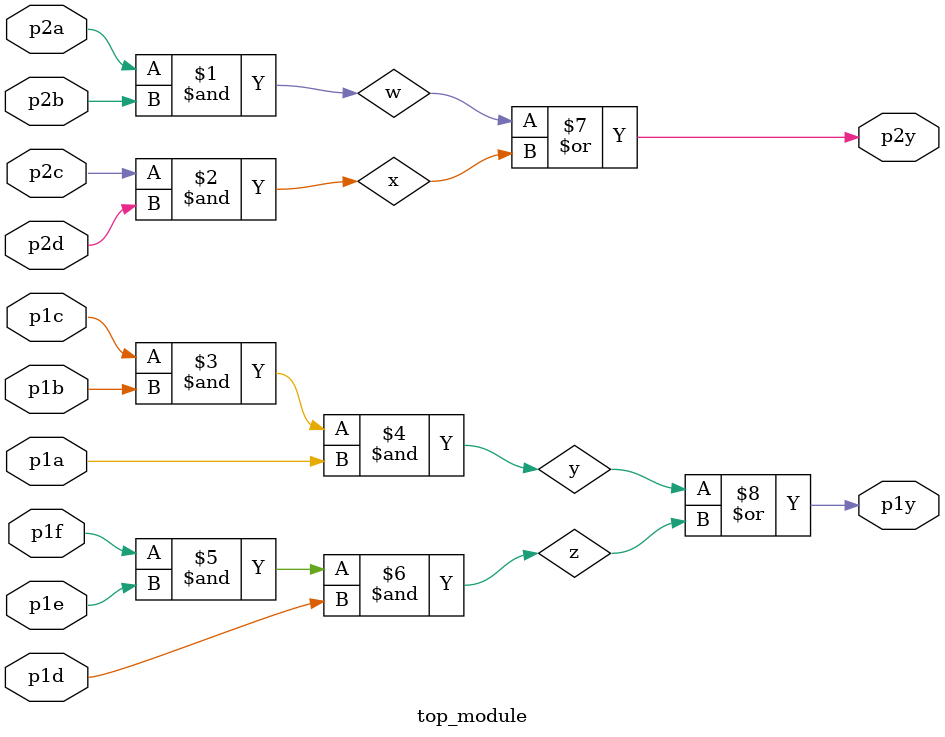
<source format=v>
module top_module ( 
    input p1a, p1b, p1c, p1d, p1e, p1f,
    output p1y,
    input p2a, p2b, p2c, p2d,
    output p2y );
wire w,x,y,z;
    and(w,p2a,p2b);
    and(x,p2c,p2d);
    and(y,p1c,p1b,p1a);
    and(z,p1f,p1e,p1d);
    or(p2y,w,x);
    or(p1y,y,z);

endmodule

</source>
